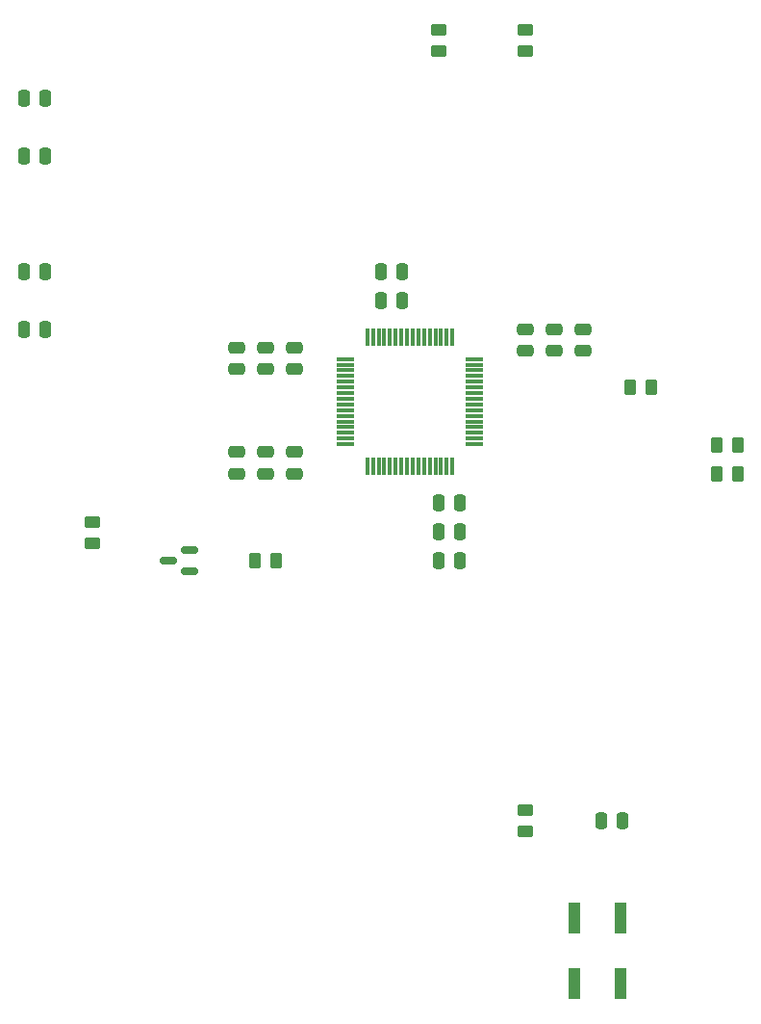
<source format=gtp>
G04 #@! TF.GenerationSoftware,KiCad,Pcbnew,(6.0.1-0)*
G04 #@! TF.CreationDate,2022-03-10T22:00:30-05:00*
G04 #@! TF.ProjectId,Vrm,56726d2e-6b69-4636-9164-5f7063625858,rev?*
G04 #@! TF.SameCoordinates,Original*
G04 #@! TF.FileFunction,Paste,Top*
G04 #@! TF.FilePolarity,Positive*
%FSLAX46Y46*%
G04 Gerber Fmt 4.6, Leading zero omitted, Abs format (unit mm)*
G04 Created by KiCad (PCBNEW (6.0.1-0)) date 2022-03-10 22:00:30*
%MOMM*%
%LPD*%
G01*
G04 APERTURE LIST*
G04 Aperture macros list*
%AMRoundRect*
0 Rectangle with rounded corners*
0 $1 Rounding radius*
0 $2 $3 $4 $5 $6 $7 $8 $9 X,Y pos of 4 corners*
0 Add a 4 corners polygon primitive as box body*
4,1,4,$2,$3,$4,$5,$6,$7,$8,$9,$2,$3,0*
0 Add four circle primitives for the rounded corners*
1,1,$1+$1,$2,$3*
1,1,$1+$1,$4,$5*
1,1,$1+$1,$6,$7*
1,1,$1+$1,$8,$9*
0 Add four rect primitives between the rounded corners*
20,1,$1+$1,$2,$3,$4,$5,0*
20,1,$1+$1,$4,$5,$6,$7,0*
20,1,$1+$1,$6,$7,$8,$9,0*
20,1,$1+$1,$8,$9,$2,$3,0*%
G04 Aperture macros list end*
%ADD10R,1.000000X2.800000*%
%ADD11RoundRect,0.250000X-0.250000X-0.475000X0.250000X-0.475000X0.250000X0.475000X-0.250000X0.475000X0*%
%ADD12RoundRect,0.250000X-0.475000X0.250000X-0.475000X-0.250000X0.475000X-0.250000X0.475000X0.250000X0*%
%ADD13RoundRect,0.075000X-0.075000X0.700000X-0.075000X-0.700000X0.075000X-0.700000X0.075000X0.700000X0*%
%ADD14RoundRect,0.075000X-0.700000X0.075000X-0.700000X-0.075000X0.700000X-0.075000X0.700000X0.075000X0*%
%ADD15RoundRect,0.250000X-0.262500X-0.450000X0.262500X-0.450000X0.262500X0.450000X-0.262500X0.450000X0*%
%ADD16RoundRect,0.150000X0.587500X0.150000X-0.587500X0.150000X-0.587500X-0.150000X0.587500X-0.150000X0*%
%ADD17RoundRect,0.250000X0.250000X0.475000X-0.250000X0.475000X-0.250000X-0.475000X0.250000X-0.475000X0*%
%ADD18RoundRect,0.250000X0.475000X-0.250000X0.475000X0.250000X-0.475000X0.250000X-0.475000X-0.250000X0*%
%ADD19RoundRect,0.250000X0.450000X-0.262500X0.450000X0.262500X-0.450000X0.262500X-0.450000X-0.262500X0*%
%ADD20RoundRect,0.250000X-0.450000X0.262500X-0.450000X-0.262500X0.450000X-0.262500X0.450000X0.262500X0*%
G04 APERTURE END LIST*
D10*
X193770000Y-145690000D03*
X193770000Y-151490000D03*
X189770000Y-145690000D03*
X189770000Y-151490000D03*
D11*
X141290000Y-93980000D03*
X143190000Y-93980000D03*
D12*
X162560000Y-95570000D03*
X162560000Y-97470000D03*
D13*
X179010000Y-94655000D03*
X178510000Y-94655000D03*
X178010000Y-94655000D03*
X177510000Y-94655000D03*
X177010000Y-94655000D03*
X176510000Y-94655000D03*
X176010000Y-94655000D03*
X175510000Y-94655000D03*
X175010000Y-94655000D03*
X174510000Y-94655000D03*
X174010000Y-94655000D03*
X173510000Y-94655000D03*
X173010000Y-94655000D03*
X172510000Y-94655000D03*
X172010000Y-94655000D03*
X171510000Y-94655000D03*
D14*
X169585000Y-96580000D03*
X169585000Y-97080000D03*
X169585000Y-97580000D03*
X169585000Y-98080000D03*
X169585000Y-98580000D03*
X169585000Y-99080000D03*
X169585000Y-99580000D03*
X169585000Y-100080000D03*
X169585000Y-100580000D03*
X169585000Y-101080000D03*
X169585000Y-101580000D03*
X169585000Y-102080000D03*
X169585000Y-102580000D03*
X169585000Y-103080000D03*
X169585000Y-103580000D03*
X169585000Y-104080000D03*
D13*
X171510000Y-106005000D03*
X172010000Y-106005000D03*
X172510000Y-106005000D03*
X173010000Y-106005000D03*
X173510000Y-106005000D03*
X174010000Y-106005000D03*
X174510000Y-106005000D03*
X175010000Y-106005000D03*
X175510000Y-106005000D03*
X176010000Y-106005000D03*
X176510000Y-106005000D03*
X177010000Y-106005000D03*
X177510000Y-106005000D03*
X178010000Y-106005000D03*
X178510000Y-106005000D03*
X179010000Y-106005000D03*
D14*
X180935000Y-104080000D03*
X180935000Y-103580000D03*
X180935000Y-103080000D03*
X180935000Y-102580000D03*
X180935000Y-102080000D03*
X180935000Y-101580000D03*
X180935000Y-101080000D03*
X180935000Y-100580000D03*
X180935000Y-100080000D03*
X180935000Y-99580000D03*
X180935000Y-99080000D03*
X180935000Y-98580000D03*
X180935000Y-98080000D03*
X180935000Y-97580000D03*
X180935000Y-97080000D03*
X180935000Y-96580000D03*
D15*
X161647500Y-114300000D03*
X163472500Y-114300000D03*
D16*
X155877500Y-115250000D03*
X155877500Y-113350000D03*
X154002500Y-114300000D03*
D12*
X160020000Y-104780000D03*
X160020000Y-106680000D03*
D17*
X174620000Y-91440000D03*
X172720000Y-91440000D03*
D18*
X190500000Y-95880000D03*
X190500000Y-93980000D03*
D11*
X177800000Y-114300000D03*
X179700000Y-114300000D03*
D12*
X165100000Y-95570000D03*
X165100000Y-97470000D03*
D15*
X194667500Y-99060000D03*
X196492500Y-99060000D03*
D19*
X185420000Y-138072500D03*
X185420000Y-136247500D03*
D17*
X193990000Y-137160000D03*
X192090000Y-137160000D03*
D12*
X162560000Y-104780000D03*
X162560000Y-106680000D03*
D15*
X202287500Y-106680000D03*
X204112500Y-106680000D03*
D17*
X174620000Y-88900000D03*
X172720000Y-88900000D03*
D15*
X202287500Y-104140000D03*
X204112500Y-104140000D03*
D12*
X165100000Y-104780000D03*
X165100000Y-106680000D03*
D11*
X141290000Y-73660000D03*
X143190000Y-73660000D03*
D12*
X160020000Y-95570000D03*
X160020000Y-97470000D03*
D11*
X177800000Y-109220000D03*
X179700000Y-109220000D03*
D20*
X177800000Y-67667500D03*
X177800000Y-69492500D03*
D11*
X141290000Y-88900000D03*
X143190000Y-88900000D03*
D20*
X147320000Y-110927500D03*
X147320000Y-112752500D03*
D11*
X141290000Y-78740000D03*
X143190000Y-78740000D03*
D18*
X187960000Y-95880000D03*
X187960000Y-93980000D03*
D20*
X185420000Y-67667500D03*
X185420000Y-69492500D03*
D11*
X177800000Y-111760000D03*
X179700000Y-111760000D03*
D18*
X185420000Y-95880000D03*
X185420000Y-93980000D03*
M02*

</source>
